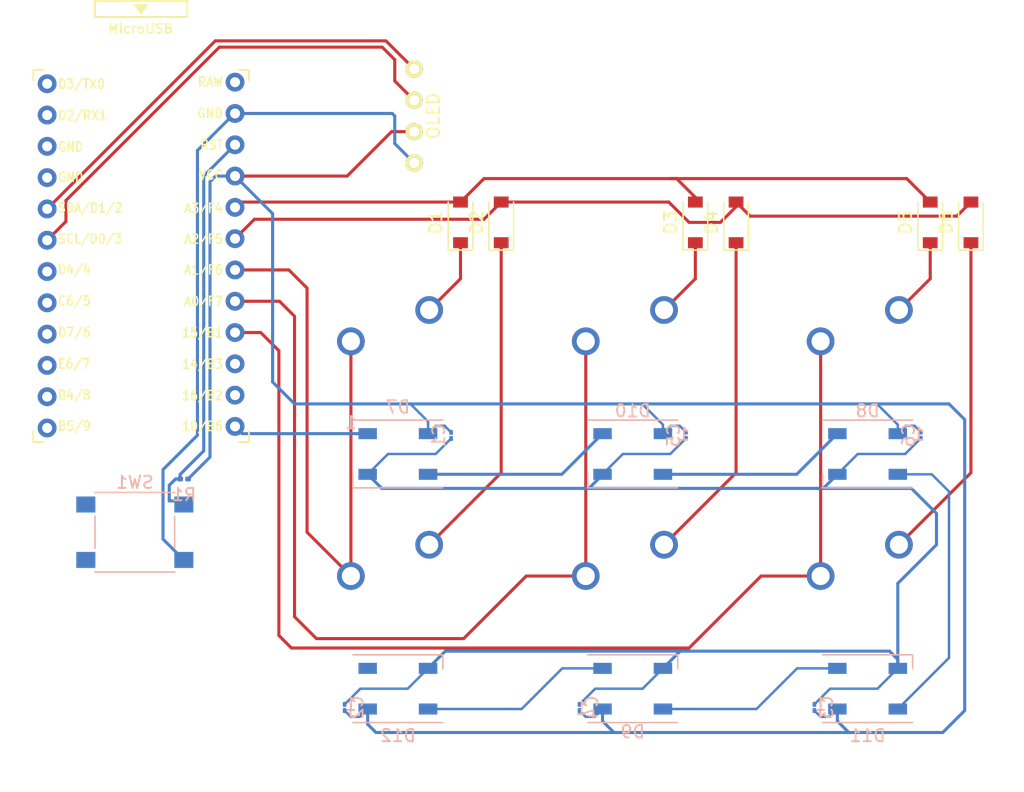
<source format=kicad_pcb>
(kicad_pcb (version 20211014) (generator pcbnew)
  (layers (0 "F.Cu" signal) (31 "B.Cu" signal) (34 "B.Paste" user) (35 "F.Paste" user) (36 "B.SilkS" user "B.Silkscreen") (37 "F.SilkS" user "F.Silkscreen") (38 "B.Mask" user) (39 "F.Mask" user) (44 "Edge.Cuts" user))
  (net 0 "")
  (net 1 "VCC")
  (net 2 "GND")
  (net 3 "Net-(D1-Pad1)")
  (net 4 "Row_A")
  (net 5 "Net-(D2-Pad1)")
  (net 6 "Row_B")
  (net 7 "Net-(D3-Pad1)")
  (net 8 "Net-(D4-Pad1)")
  (net 9 "Net-(D5-Pad1)")
  (net 10 "Net-(D6-Pad1)")
  (net 11 "Net-(D10-Pad4)")
  (net 12 "RGB_DIN")
  (net 13 "Net-(D11-Pad4)")
  (net 14 "Net-(D10-Pad2)")
  (net 15 "Net-(D12-Pad4)")
  (net 16 "Net-(D11-Pad2)")
  (net 18 "RST")
  (net 19 "Column_A")
  (net 20 "Column_B")
  (net 21 "Column_C")
  (net 22 "SDA")
  (net 23 "SCL")
  (footprint "Diode_SMD:D_SOD-123" (layer "F.Cu") (at 182.88 75.184 90)
    (fp_text reference "D5" (at 0 -2 90) (layer "F.SilkS"))
    (fp_text value "DIODE")
    (fp_line (start -2.25 -1) (end 1.65 -1) (layer "F.SilkS") (width 0.12))
    (fp_line (start -2.25 1) (end 1.65 1) (layer "F.SilkS") (width 0.12))
    (fp_line (start -2.25 -1) (end -2.25 1) (layer "F.SilkS") (width 0.12))
    (pad "1" smd rect (at -1.65 0 90) (size 0.9 1.2) (layers "F.Cu" "F.Paste" "F.Mask") (net 9 "Net-(D5-Pad1)"))
    (pad "2" smd rect (at 1.65 0 90) (size 0.9 1.2) (layers "F.Cu" "F.Paste" "F.Mask") (net 4 "Row_A"))
  )
  (footprint "Mechanical switches:MXOnly-1U-NoLED" (layer "F.Cu") (at 177.8 87.376)
    (fp_text reference "SW6")
    (fp_text value "SW_Push")
    (pad "" np_thru_hole circle locked (at 0 0) (size 3.9878 3.9878) (drill 3.9878) (layers *.Cu *.Mask))
    (pad "" np_thru_hole circle locked (at 5.08 0 48.0996) (size 1.75 1.75) (drill 1.75) (layers *.Cu *.Mask))
    (pad "" np_thru_hole circle locked (at -5.08 0 48.0996) (size 1.75 1.75) (drill 1.75) (layers *.Cu *.Mask))
    (pad "1" thru_hole circle locked (at -3.81 -2.54) (size 2.25 2.25) (drill 1.47) (layers *.Cu "B.Mask") (net 21 "Column_C"))
    (pad "2" thru_hole circle locked (at 2.54 -5.08) (size 2.25 2.25) (drill 1.47) (layers *.Cu "B.Mask") (net 9 "Net-(D5-Pad1)"))
  )
  (footprint "KBD Keyboard stuff:OLED_v2" (layer "F.Cu") (at 141.02 66.548 -90)
    (fp_text reference "OL1")
    (fp_text value "OLED" hide)
    (fp_text user "OLED" (at 0 -1.55 90) (layer "F.SilkS"))
    (pad "1" thru_hole circle locked (at -3.81 0 270) (size 1.397 1.397) (drill 0.8128) (layers *.Cu "F.SilkS" "B.Mask") (net 22 "SDA"))
    (pad "2" thru_hole circle locked (at -1.27 0 270) (size 1.397 1.397) (drill 0.8128) (layers *.Cu "F.SilkS" "B.Mask") (net 23 "SCL"))
    (pad "3" thru_hole circle locked (at 1.27 0 270) (size 1.397 1.397) (drill 0.8128) (layers *.Cu "F.SilkS" "B.Mask") (net 1 "VCC"))
    (pad "4" thru_hole circle locked (at 3.81 0 270) (size 1.397 1.397) (drill 0.8128) (layers *.Cu "F.SilkS" "B.Mask") (net 2 "GND"))
  )
  (footprint "Mechanical switches:MXOnly-1U-NoLED" (layer "F.Cu") (at 158.75 106.426)
    (fp_text reference "SW5")
    (fp_text value "SW_Push")
    (pad "" np_thru_hole circle locked (at 5.08 0 48.0996) (size 1.75 1.75) (drill 1.75) (layers *.Cu *.Mask))
    (pad "" np_thru_hole circle locked (at -5.08 0 48.0996) (size 1.75 1.75) (drill 1.75) (layers *.Cu *.Mask))
    (pad "" np_thru_hole circle locked (at 0 0) (size 3.9878 3.9878) (drill 3.9878) (layers *.Cu *.Mask))
    (pad "1" thru_hole circle locked (at -3.81 -2.54) (size 2.25 2.25) (drill 1.47) (layers *.Cu "B.Mask") (net 20 "Column_B"))
    (pad "2" thru_hole circle locked (at 2.54 -5.08) (size 2.25 2.25) (drill 1.47) (layers *.Cu "B.Mask") (net 8 "Net-(D4-Pad1)"))
  )
  (footprint "Mechanical switches:MXOnly-1U-NoLED" (layer "F.Cu") (at 139.7 87.376)
    (fp_text reference "SW2")
    (fp_text value "SW_Push")
    (pad "" np_thru_hole circle locked (at -5.08 0 48.0996) (size 1.75 1.75) (drill 1.75) (layers *.Cu *.Mask))
    (pad "" np_thru_hole circle locked (at 5.08 0 48.0996) (size 1.75 1.75) (drill 1.75) (layers *.Cu *.Mask))
    (pad "" np_thru_hole circle locked (at 0 0) (size 3.9878 3.9878) (drill 3.9878) (layers *.Cu *.Mask))
    (pad "1" thru_hole circle locked (at -3.81 -2.54) (size 2.25 2.25) (drill 1.47) (layers *.Cu "B.Mask") (net 19 "Column_A"))
    (pad "2" thru_hole circle locked (at 2.54 -5.08) (size 2.25 2.25) (drill 1.47) (layers *.Cu "B.Mask") (net 3 "Net-(D1-Pad1)"))
  )
  (footprint "Mechanical switches:MXOnly-1U-NoLED" (layer "F.Cu") (at 139.7 106.426)
    (fp_text reference "SW3")
    (fp_text value "SW_Push")
    (pad "" np_thru_hole circle locked (at 5.08 0 48.0996) (size 1.75 1.75) (drill 1.75) (layers *.Cu *.Mask))
    (pad "" np_thru_hole circle locked (at 0 0) (size 3.9878 3.9878) (drill 3.9878) (layers *.Cu *.Mask))
    (pad "" np_thru_hole circle locked (at -5.08 0 48.0996) (size 1.75 1.75) (drill 1.75) (layers *.Cu *.Mask))
    (pad "1" thru_hole circle locked (at -3.81 -2.54) (size 2.25 2.25) (drill 1.47) (layers *.Cu "B.Mask") (net 19 "Column_A"))
    (pad "2" thru_hole circle locked (at 2.54 -5.08) (size 2.25 2.25) (drill 1.47) (layers *.Cu "B.Mask") (net 5 "Net-(D2-Pad1)"))
  )
  (footprint "Diode_SMD:D_SOD-123" (layer "F.Cu") (at 186.182 75.184 90)
    (fp_text reference "D6" (at 0 -2 90) (layer "F.SilkS"))
    (fp_text value "DIODE")
    (fp_line (start -2.25 -1) (end 1.65 -1) (layer "F.SilkS") (width 0.12))
    (fp_line (start -2.25 1) (end 1.65 1) (layer "F.SilkS") (width 0.12))
    (fp_line (start -2.25 -1) (end -2.25 1) (layer "F.SilkS") (width 0.12))
    (pad "1" smd rect (at -1.65 0 90) (size 0.9 1.2) (layers "F.Cu" "F.Paste" "F.Mask") (net 10 "Net-(D6-Pad1)"))
    (pad "2" smd rect (at 1.65 0 90) (size 0.9 1.2) (layers "F.Cu" "F.Paste" "F.Mask") (net 6 "Row_B"))
  )
  (footprint "Mechanical switches:MXOnly-1U-NoLED" (layer "F.Cu") (at 177.8 106.426)
    (fp_text reference "SW7")
    (fp_text value "SW_Push")
    (pad "" np_thru_hole circle locked (at 0 0) (size 3.9878 3.9878) (drill 3.9878) (layers *.Cu *.Mask))
    (pad "" np_thru_hole circle locked (at -5.08 0 48.0996) (size 1.75 1.75) (drill 1.75) (layers *.Cu *.Mask))
    (pad "" np_thru_hole circle locked (at 5.08 0 48.0996) (size 1.75 1.75) (drill 1.75) (layers *.Cu *.Mask))
    (pad "1" thru_hole circle locked (at -3.81 -2.54) (size 2.25 2.25) (drill 1.47) (layers *.Cu "B.Mask") (net 21 "Column_C"))
    (pad "2" thru_hole circle locked (at 2.54 -5.08) (size 2.25 2.25) (drill 1.47) (layers *.Cu "B.Mask") (net 10 "Net-(D6-Pad1)"))
  )
  (footprint "Diode_SMD:D_SOD-123" (layer "F.Cu") (at 148.082 75.184 90)
    (fp_text reference "D2" (at 0 -2 90) (layer "F.SilkS"))
    (fp_text value "DIODE")
    (fp_line (start -2.25 -1) (end 1.65 -1) (layer "F.SilkS") (width 0.12))
    (fp_line (start -2.25 -1) (end -2.25 1) (layer "F.SilkS") (width 0.12))
    (fp_line (start -2.25 1) (end 1.65 1) (layer "F.SilkS") (width 0.12))
    (pad "1" smd rect (at -1.65 0 90) (size 0.9 1.2) (layers "F.Cu" "F.Paste" "F.Mask") (net 5 "Net-(D2-Pad1)"))
    (pad "2" smd rect (at 1.65 0 90) (size 0.9 1.2) (layers "F.Cu" "F.Paste" "F.Mask") (net 6 "Row_B"))
  )
  (footprint "KBD Keyboard stuff:ProMicro_v3" (layer "F.Cu") (at 118.872 78.409)
    (fp_text reference "U1" hide)
    (fp_text value "Sparkfun_Pro_Micro" hide)
    (fp_text user "RAW" (at 5.619286 -14.625 unlocked) (layer "F.SilkS") (effects (font (size 0.75 0.67) (thickness 0.125))))
    (fp_text user "10/B6" (at 4.981191 13.325 unlocked) (layer "F.SilkS") (effects (font (size 0.75 0.67) (thickness 0.125))))
    (fp_text user "GND" (at -5.715 -9.35 unlocked) (layer "F.SilkS") (effects (font (size 0.75 0.67) (thickness 0.125))))
    (fp_text user "GND" (at -5.715 -6.9 unlocked) (layer "F.SilkS") (effects (font (size 0.75 0.67) (thickness 0.125))))
    (fp_text user "A0/F7" (at 5.060952 3.175 unlocked) (layer "F.SilkS") (effects (font (size 0.75 0.67) (thickness 0.125))))
    (fp_text user "16/B2" (at 4.981191 10.825 unlocked) (layer "F.SilkS") (effects (font (size 0.75 0.67) (thickness 0.125))))
    (fp_text user "B4/8" (at -5.411905 10.8 unlocked) (layer "F.SilkS") (effects (font (size 0.75 0.67) (thickness 0.125))))
    (fp_text user "D7/6" (at -5.411905 5.7 unlocked) (layer "F.SilkS") (effects (font (size 0.75 0.67) (thickness 0.125))))
    (fp_text user "A3/F4" (at 5.060952 -4.375 unlocked) (layer "F.SilkS") (effects (font (size 0.75 0.67) (thickness 0.125))))
    (fp_text user "A1/F6" (at 5.060952 0.625 unlocked) (layer "F.SilkS") (effects (font (size 0.75 0.67) (thickness 0.125))))
    (fp_text user "14/B3" (at 4.981191 8.275 unlocked) (layer "F.SilkS") (effects (font (size 0.75 0.67) (thickness 0.125))))
    (fp_text user "C6/5" (at -5.411905 3.15 unlocked) (layer "F.SilkS") (effects (font (size 0.75 0.67) (thickness 0.125))))
    (fp_text user "E6/7" (at -5.443809 8.25 unlocked) (layer "F.SilkS") (effects (font (size 0.75 0.67) (thickness 0.125))))
    (fp_text user "SCL/D0/3" (at -4.135714 -1.9 unlocked) (layer "F.SilkS") (effects (font (size 0.75 0.67) (thickness 0.125))))
    (fp_text user "SDA/D1/2" (at -4.119762 -4.4 unlocked) (layer "F.SilkS") (effects (font (size 0.75 0.67) (thickness 0.125))))
    (fp_text user "MicroUSB" (at -0.05 -18.95) (layer "F.SilkS") (effects (font (size 0.75 0.75) (thickness 0.12))))
    (fp_text user "RST" (at 5.715 -9.525 unlocked) (layer "F.SilkS") (effects (font (size 0.75 0.67) (thickness 0.125))))
    (fp_text user "D2/RX1" (at -4.757857 -11.9 unlocked) (layer "F.SilkS") (effects (font (size 0.75 0.67) (thickness 0.125))))
    (fp_text user "B5/9" (at -5.411905 13.3 unlocked) (layer "F.SilkS") (effects (font (size 0.75 0.67) (thickness 0.125))))
    (fp_text user "A2/F5" (at 5.060952 -1.875 unlocked) (layer "F.SilkS") (effects (font (size 0.75 0.67) (thickness 0.125))))
    (fp_text user "D4/4" (at -5.411905 0.6 unlocked) (layer "F.SilkS") (effects (font (size 0.75 0.67) (thickness 0.125))))
    (fp_text user "MicroUSB" (at -0.05 -18.95) (layer "F.SilkS") (effects (font (size 0.75 0.75) (thickness 0.12))))
    (fp_text user "VCC" (at 5.667143 -7.075 unlocked) (layer "F.SilkS") (effects (font (size 0.75 0.67) (thickness 0.125))))
    (fp_text user "D3/TX0" (at -4.837619 -14.45 unlocked) (layer "F.SilkS") (effects (font (size 0.75 0.67) (thickness 0.125))))
    (fp_text user "GND" (at 5.603333 -12.075 unlocked) (layer "F.SilkS") (effects (font (size 0.75 0.67) (thickness 0.125))))
    (fp_text user "15/B1" (at 4.981191 5.725 unlocked) (layer "F.SilkS") (effects (font (size 0.75 0.67) (thickness 0.125))))
    (fp_line (start 8.75 -15.6) (end 7.95 -15.6) (layer "F.SilkS") (width 0.15))
    (fp_line (start -0.15 -20.4) (end 0.15 -20.4) (layer "F.SilkS") (width 0.15))
    (fp_line (start -3.75 -21.2) (end -3.75 -19.9) (layer "F.SilkS") (width 0.15))
    (fp_line (start 8.75 14.6) (end 7.89 14.6) (layer "F.SilkS") (width 0.15))
    (fp_line (start 8.75 13.75) (end 8.75 14.6) (layer "F.SilkS") (width 0.15))
    (fp_line (start -3.75 -19.9) (end 3.75 -19.9) (layer "F.SilkS") (width 0.15))
    (fp_line (start -0.25 -20.55) (end 0.25 -20.55) (layer "F.SilkS") (width 0.15))
    (fp_line (start -8.75 -15.6) (end -7.9 -15.6) (layer "F.SilkS") (width 0.15))
    (fp_line (start 3.75 -19.9) (end 3.75 -21.2) (layer "F.SilkS") (width 0.15))
    (fp_line (start -8.75 -15.6) (end -8.75 -14.75) (layer "F.SilkS") (width 0.15))
    (fp_line (start -0.5 -20.85) (end 0.5 -20.85) (layer "F.SilkS") (width 0.15))
    (fp_line (start -8.75 13.7) (end -8.75 14.6) (layer "F.SilkS") (width 0.15))
    (fp_line (start -0.35 -20.7) (end 0.35 -20.7) (layer "F.SilkS") (width 0.15))
    (fp_line (start 0.5 -20.85) (end 0 -20.2) (layer "F.SilkS") (width 0.15))
    (fp_line (start -8.75 14.6) (end -7.9 14.6) (layer "F.SilkS") (width 0.15))
    (fp_line (start 0 -20.2) (end -0.5 -20.85) (layer "F.SilkS") (width 0.15))
    (fp_line (start 8.75 -15.6) (end 8.75 -14.75) (layer "F.SilkS") (width 0.15))
    (fp_line (start 3.75 -21.2) (end -3.75 -21.2) (layer "F.SilkS") (width 0.15))
    (pad "1" thru_hole circle (at -7.62 -14.478) (size 1.524 1.524) (drill 0.8128) (layers *.Cu "B.Mask"))
    (pad "2" thru_hole circle (at -7.62 -11.938) (size 1.524 1.524) (drill 0.8128) (layers *.Cu "B.Mask"))
    (pad "3" thru_hole circle (at -7.62 -9.398) (size 1.524 1.524) (drill 0.8128) (layers *.Cu "B.Mask") (net 2 "GND"))
    (pad "4" thru_hole circle (at -7.62 -6.858) (size 1.524 1.524) (drill 0.8128) (layers *.Cu "B.Mask") (net 2 "GND"))
    (pad "5" thru_hole circle (at -7.62 -4.318) (size 1.524 1.524) (drill 0.8128) (layers *.Cu "B.Mask") (net 22 "SDA"))
    (pad "6" thru_hole circle (at -7.62 -1.778) (size 1.524 1.524) (drill 0.8128) (layers *.Cu "B.Mask") (net 23 "SCL"))
    (pad "7" thru_hole circle (at -7.62 0.762) (size 1.524 1.524) (drill 0.8128) (layers *.Cu "B.Mask"))
    (pad "8" thru_hole circle (at -7.62 3.302) (size 1.524 1.524) (drill 0.8128) (layers *.Cu "B.Mask"))
    (pad "9" thru_hole circle (at -7.62 5.842) (size 1.524 1.524) (drill 0.8128) (layers *.Cu "B.Mask"))
    (pad "10" thru_hole circle (at -7.62 8.382) (size 1.524 1.524) (drill 0.8128) (layers *.Cu "B.Mask"))
    (pad "11" thru_hole circle (at -7.62 10.922) (size 1.524 1.524) (drill 0.8128) (layers *.Cu "B.Mask"))
    (pad "12" thru_hole circle (at -7.62 13.462) (size 1.524 1.524) (drill 0.8128) (layers *.Cu "B.Mask"))
    (pad "13" thru_hole circle (at 7.62 13.335) (size 1.524 1.524) (drill 0.8128) (layers *.Cu "B.Mask") (net 12 "RGB_DIN"))
    (pad "14" thru_hole circle (at 7.62 10.795) (size 1.524 1.524) (drill 0.8128) (layers *.Cu "B.Mask"))
    (pad "15" thru_hole circle (at 7.62 8.255) (size 1.524 1.524) (drill 0.8128) (layers *.Cu "B.Mask"))
    (pad "16" thru_hole circle (at 7.62 5.715) (size 1.524 1.524) (drill 0.8128) (layers *.Cu "B.Mask") (net 21 "Column_C"))
    (pad "17" thru_hole circle (at 7.62 3.175) (size 1.524 1.524) (drill 0.8128) (layers *.Cu "B.Mask") (net 20 "Column_B"))
    (pad "18" thru_hole circle (at 7.62 0.635) (size 1.524 1.524) (drill 0.8128) (layers *.Cu "B.Mask") (net 19 "Column_A"))
    (pad "19" thru_hole circle (at 7.62 -1.905) (size 1.524 1.524) (drill 0.8128) (layers *.Cu "B.Mask") (net 6 "Row_B"))
    (pad "20" thru_hole circle (at 7.62 -4.445) (size 1.524 1.524) (drill 0.8128) (layers *.Cu "B.Mask") (net 4 "Row_A"))
    (pad "21" thru_hole circle (at 7.62 -6.985) (size 1.524 1.524) (drill 0.8128) (layers *.Cu "B.Mask") (net 1 "VCC"))
    (pad "22" thru_hole circle (at 7.62 -9.525) (size 1.524 1.524) (drill 0.8128) (layers *.Cu "B.Mask") (net 18 "RST"))
    (pad "23" thru_hole circle (at 7.62 -12.065) (size 1.524 1.524) (drill 0.8128) (layers *.Cu "B.Mask") (net 2 "GND"))
    (pad "24" thru_hole circle (at 7.62 -14.605) (size 1.524 1.524) (drill 0.8128) (layers *.Cu "B.Mask"))
  )
  (footprint "Mechanical switches:MXOnly-1U-NoLED" (layer "F.Cu") (at 158.75 87.376)
    (fp_text reference "SW4")
    (fp_text value "SW_Push")
    (pad "" np_thru_hole circle locked (at 0 0) (size 3.9878 3.9878) (drill 3.9878) (layers *.Cu *.Mask))
    (pad "" np_thru_hole circle locked (at 5.08 0 48.0996) (size 1.75 1.75) (drill 1.75) (layers *.Cu *.Mask))
    (pad "" np_thru_hole circle locked (at -5.08 0 48.0996) (size 1.75 1.75) (drill 1.75) (layers *.Cu *.Mask))
    (pad "1" thru_hole circle locked (at -3.81 -2.54) (size 2.25 2.25) (drill 1.47) (layers *.Cu "B.Mask") (net 20 "Column_B"))
    (pad "2" thru_hole circle locked (at 2.54 -5.08) (size 2.25 2.25) (drill 1.47) (layers *.Cu "B.Mask") (net 7 "Net-(D3-Pad1)"))
  )
  (footprint "Diode_SMD:D_SOD-123" (layer "F.Cu") (at 144.78 75.184 90)
    (fp_text reference "D1" (at 0 -2 90) (layer "F.SilkS"))
    (fp_text value "DIODE")
    (fp_line (start -2.25 1) (end 1.65 1) (layer "F.SilkS") (width 0.12))
    (fp_line (start -2.25 -1) (end -2.25 1) (layer "F.SilkS") (width 0.12))
    (fp_line (start -2.25 -1) (end 1.65 -1) (layer "F.SilkS") (width 0.12))
    (pad "1" smd rect (at -1.65 0 90) (size 0.9 1.2) (layers "F.Cu" "F.Paste" "F.Mask") (net 3 "Net-(D1-Pad1)"))
    (pad "2" smd rect (at 1.65 0 90) (size 0.9 1.2) (layers "F.Cu" "F.Paste" "F.Mask") (net 4 "Row_A"))
  )
  (footprint "Diode_SMD:D_SOD-123" (layer "F.Cu") (at 167.132 75.184 90)
    (fp_text reference "D4" (at 0 -2 90) (layer "F.SilkS"))
    (fp_text value "DIODE")
    (fp_line (start -2.25 -1) (end -2.25 1) (layer "F.SilkS") (width 0.12))
    (fp_line (start -2.25 -1) (end 1.65 -1) (layer "F.SilkS") (width 0.12))
    (fp_line (start -2.25 1) (end 1.65 1) (layer "F.SilkS") (width 0.12))
    (pad "1" smd rect (at -1.65 0 90) (size 0.9 1.2) (layers "F.Cu" "F.Paste" "F.Mask") (net 8 "Net-(D4-Pad1)"))
    (pad "2" smd rect (at 1.65 0 90) (size 0.9 1.2) (layers "F.Cu" "F.Paste" "F.Mask") (net 6 "Row_B"))
  )
  (footprint "Diode_SMD:D_SOD-123" (layer "F.Cu") (at 163.83 75.184 90)
    (fp_text reference "D3" (at 0 -2 90) (layer "F.SilkS"))
    (fp_text value "DIODE")
    (fp_line (start -2.25 -1) (end -2.25 1) (layer "F.SilkS") (width 0.12))
    (fp_line (start -2.25 -1) (end 1.65 -1) (layer "F.SilkS") (width 0.12))
    (fp_line (start -2.25 1) (end 1.65 1) (layer "F.SilkS") (width 0.12))
    (pad "1" smd rect (at -1.65 0 90) (size 0.9 1.2) (layers "F.Cu" "F.Paste" "F.Mask") (net 7 "Net-(D3-Pad1)"))
    (pad "2" smd rect (at 1.65 0 90) (size 0.9 1.2) (layers "F.Cu" "F.Paste" "F.Mask") (net 4 "Row_A"))
  )
  (footprint "Capacitor_SMD:C_01005_0402Metric" (layer "B.Cu") (at 154.432 114.554 90)
    (fp_text reference "C4" (at 0 1 90) (layer "B.SilkS") (effects (justify mirror)))
    (fp_text value "0.1uF")
    (pad "1" smd roundrect (at -0.25 0 90) (size 0.4 0.3) (layers "B.Cu" "B.Mask") (net 1 "VCC"))
    (pad "2" smd roundrect (at 0.25 0 90) (size 0.4 0.3) (layers "B.Cu" "B.Mask") (net 2 "GND"))
  )
  (footprint "LED_SMD:LED_WS2812B_PLCC4_5.0x5.0mm_P3.2mm" (layer "B.Cu") (at 139.7 93.98 180)
    (fp_text reference "D7" (at 0 3.81) (layer "B.SilkS") (effects (justify mirror)))
    (fp_text value "WS2812B")
    (fp_text user "1" (at 3.81 2.54) (layer "B.SilkS") (effects (justify mirror)))
    (fp_line (start -3.65 -2.75) (end 3.65 -2.75) (layer "B.SilkS") (width 0.12))
    (fp_line (start -3.65 2.75) (end 3.65 2.75) (layer "B.SilkS") (width 0.12))
    (fp_line (start 3.65 -2.75) (end 3.65 -1.6) (layer "B.SilkS") (width 0.12))
    (pad "1" smd rect (at -2.45 1.65 180) (size 1.5 0.9) (layers "B.Cu" "B.Paste" "B.Mask") (net 1 "VCC"))
    (pad "2" smd rect (at -2.45 -1.65 180) (size 1.5 0.9) (layers "B.Cu" "B.Paste" "B.Mask") (net 11 "Net-(D10-Pad4)"))
    (pad "3" smd rect (at 2.45 -1.65 180) (size 1.5 0.9) (layers "B.Cu" "B.Paste" "B.Mask") (net 2 "GND"))
    (pad "4" smd rect (at 2.45 1.65 180) (size 1.5 0.9) (layers "B.Cu" "B.Paste" "B.Mask") (net 12 "RGB_DIN"))
  )
  (footprint "LED_SMD:LED_WS2812B_PLCC4_5.0x5.0mm_P3.2mm" (layer "B.Cu") (at 177.8 113.03)
    (fp_text reference "D11" (at 0 3.81) (layer "B.SilkS") (effects (justify mirror)))
    (fp_text value "WS2812B")
    (fp_text user "1" (at -3.81 1.27) (layer "B.SilkS") (effects (justify mirror)))
    (fp_line (start -3.65 -2.75) (end 3.65 -2.75) (layer "B.SilkS") (width 0.12))
    (fp_line (start 3.65 -2.75) (end 3.65 -1.6) (layer "B.SilkS") (width 0.12))
    (fp_line (start -3.65 2.75) (end 3.65 2.75) (layer "B.SilkS") (width 0.12))
    (pad "1" smd rect (at -2.45 1.65) (size 1.5 0.9) (layers "B.Cu" "B.Paste" "B.Mask") (net 1 "VCC"))
    (pad "2" smd rect (at -2.45 -1.65) (size 1.5 0.9) (layers "B.Cu" "B.Paste" "B.Mask") (net 16 "Net-(D11-Pad2)"))
    (pad "3" smd rect (at 2.45 -1.65) (size 1.5 0.9) (layers "B.Cu" "B.Paste" "B.Mask") (net 2 "GND"))
    (pad "4" smd rect (at 2.45 1.65) (size 1.5 0.9) (layers "B.Cu" "B.Paste" "B.Mask") (net 13 "Net-(D11-Pad4)"))
  )
  (footprint "Capacitor_SMD:C_01005_0402Metric" (layer "B.Cu") (at 173.482 114.554 90)
    (fp_text reference "C3" (at 0 1 90) (layer "B.SilkS") (effects (justify mirror)))
    (fp_text value "0.1uF")
    (pad "1" smd roundrect (at -0.25 0 90) (size 0.4 0.3) (layers "B.Cu" "B.Mask") (net 1 "VCC"))
    (pad "2" smd roundrect (at 0.25 0 90) (size 0.4 0.3) (layers "B.Cu" "B.Mask") (net 2 "GND"))
  )
  (footprint "LED_SMD:LED_WS2812B_PLCC4_5.0x5.0mm_P3.2mm" (layer "B.Cu") (at 158.75 93.98 180)
    (fp_text reference "D10" (at 0 3.5) (layer "B.SilkS") (effects (justify mirror)))
    (fp_text value "WS2812B")
    (fp_text user "1" (at -4.15 1.6) (layer "B.SilkS") (effects (justify mirror)))
    (fp_line (start -3.65 2.75) (end 3.65 2.75) (layer "B.SilkS") (width 0.12))
    (fp_line (start 3.65 -2.75) (end 3.65 -1.6) (layer "B.SilkS") (width 0.12))
    (fp_line (start -3.65 -2.75) (end 3.65 -2.75) (layer "B.SilkS") (width 0.12))
    (pad "1" smd rect (at -2.45 1.65 180) (size 1.5 0.9) (layers "B.Cu" "B.Paste" "B.Mask") (net 1 "VCC"))
    (pad "2" smd rect (at -2.45 -1.65 180) (size 1.5 0.9) (layers "B.Cu" "B.Paste" "B.Mask") (net 14 "Net-(D10-Pad2)"))
    (pad "3" smd rect (at 2.45 -1.65 180) (size 1.5 0.9) (layers "B.Cu" "B.Paste" "B.Mask") (net 2 "GND"))
    (pad "4" smd rect (at 2.45 1.65 180) (size 1.5 0.9) (layers "B.Cu" "B.Paste" "B.Mask") (net 11 "Net-(D10-Pad4)"))
  )
  (footprint "Capacitor_SMD:C_01005_0402Metric" (layer "B.Cu") (at 135.382 114.554 90)
    (fp_text reference "C2" (at 0 1 90) (layer "B.SilkS") (effects (justify mirror)))
    (fp_text value "0.1uF")
    (pad "1" smd roundrect (at -0.25 0 90) (size 0.4 0.3) (layers "B.Cu" "B.Mask") (net 1 "VCC"))
    (pad "2" smd roundrect (at 0.25 0 90) (size 0.4 0.3) (layers "B.Cu" "B.Mask") (net 2 "GND"))
  )
  (footprint "Button_Switch_SMD:SW_Push_1P1T_NO_6x6mm_H9.5mm" (layer "B.Cu") (at 118.364 100.33 180)
    (fp_text reference "SW1" (at 0 4.05) (layer "B.SilkS") (effects (justify mirror)))
    (fp_text value "RST Pin")
    (fp_line (start -3.23 3.23) (end 3.23 3.23) (layer "B.SilkS") (width 0.12))
    (fp_line (start 3.23 1.3) (end 3.23 -1.3) (layer "B.SilkS") (width 0.12))
    (fp_line (start -3.23 3.2) (end -3.23 3.23) (layer "B.SilkS") (width 0.12))
    (fp_line (start -3.23 -3.23) (end 3.23 -3.23) (layer "B.SilkS") (width 0.12))
    (fp_line (start -3.23 -3.23) (end -3.23 -3.2) (layer "B.SilkS") (width 0.12))
    (fp_line (start 3.23 3.23) (end 3.23 3.2) (layer "B.SilkS") (width 0.12))
    (fp_line (start -3.23 1.3) (end -3.23 -1.3) (layer "B.SilkS") (width 0.12))
    (fp_line (start 3.23 -3.23) (end 3.23 -3.2) (layer "B.SilkS") (width 0.12))
    (pad "1" smd rect (at 3.975 2.25 180) (size 1.55 1.3) (layers "B.Cu" "B.Paste" "B.Mask") (net 18 "RST"))
    (pad "1" smd rect (at -3.975 2.25 180) (size 1.55 1.3) (layers "B.Cu" "B.Paste" "B.Mask") (net 18 "RST"))
    (pad "2" smd rect (at 3.975 -2.25 180) (size 1.55 1.3) (layers "B.Cu" "B.Paste" "B.Mask") (net 2 "GND"))
    (pad "2" smd rect (at -3.975 -2.25 180) (size 1.55 1.3) (layers "B.Cu" "B.Paste" "B.Mask") (net 2 "GND"))
  )
  (footprint "Capacitor_SMD:C_01005_0402Metric" (layer "B.Cu") (at 163.068 92.456 -90)
    (fp_text reference "C5" (at 0 1 90) (layer "B.SilkS") (effects (justify mirror)))
    (fp_text value "0.1uF")
    (pad "1" smd roundrect (at -0.25 0 270) (size 0.4 0.3) (layers "B.Cu" "B.Mask") (net 1 "VCC"))
    (pad "2" smd roundrect (at 0.25 0 270) (size 0.4 0.3) (layers "B.Cu" "B.Mask") (net 2 "GND"))
  )
  (footprint "Resistor_SMD:R_0201_0603Metric" (layer "B.Cu") (at 122.362 96.012)
    (fp_text reference "R1" (at 0 1.27) (layer "B.SilkS") (effects (justify mirror)))
    (fp_text value "4.7k")
    (pad "1" smd roundrect (at -0.32 0) (size 0.46 0.4) (layers "B.Cu" "B.Mask") (net 18 "RST"))
    (pad "2" smd roundrect (at 0.32 0) (size 0.46 0.4) (layers "B.Cu" "B.Mask") (net 1 "VCC"))
  )
  (footprint "LED_SMD:LED_WS2812B_PLCC4_5.0x5.0mm_P3.2mm" (layer "B.Cu") (at 139.7 113.03)
    (fp_text reference "D12" (at 0 3.81) (layer "B.SilkS") (effects (justify mirror)))
    (fp_text value "WS2812B")
    (fp_text user "1" (at -3.81 1.27) (layer "B.SilkS") (effects (justify mirror)))
    (fp_line (start 3.65 -2.75) (end 3.65 -1.6) (layer "B.SilkS") (width 0.12))
    (fp_line (start -3.65 2.75) (end 3.65 2.75) (layer "B.SilkS") (width 0.12))
    (fp_line (start -3.65 -2.75) (end 3.65 -2.75) (layer "B.SilkS") (width 0.12))
    (pad "1" smd rect (at -2.45 1.65) (size 1.5 0.9) (layers "B.Cu" "B.Paste" "B.Mask") (net 1 "VCC"))
    (pad "2" smd rect (at -2.45 -1.65) (size 1.5 0.9) (layers "B.Cu" "B.Paste" "B.Mask"))
    (pad "3" smd rect (at 2.45 -1.65) (size 1.5 0.9) (layers "B.Cu" "B.Paste" "B.Mask") (net 2 "GND"))
    (pad "4" smd rect (at 2.45 1.65) (size 1.5 0.9) (layers "B.Cu" "B.Paste" "B.Mask") (net 15 "Net-(D12-Pad4)"))
  )
  (footprint "LED_SMD:LED_WS2812B_PLCC4_5.0x5.0mm_P3.2mm" (layer "B.Cu") (at 158.75 113.03)
    (fp_text reference "D9" (at 0 3.5) (layer "B.SilkS") (effects (justify mirror)))
    (fp_text value "WS2812B")
    (fp_text user "1" (at -4.15 1.6) (layer "B.SilkS") (effects (justify mirror)))
    (fp_line (start 3.65 -2.75) (end 3.65 -1.6) (layer "B.SilkS") (width 0.12))
    (fp_line (start -3.65 2.75) (end 3.65 2.75) (layer "B.SilkS") (width 0.12))
    (fp_line (start -3.65 -2.75) (end 3.65 -2.75) (layer "B.SilkS") (width 0.12))
    (pad "1" smd rect (at -2.45 1.65) (size 1.5 0.9) (layers "B.Cu" "B.Paste" "B.Mask") (net 1 "VCC"))
    (pad "2" smd rect (at -2.45 -1.65) (size 1.5 0.9) (layers "B.Cu" "B.Paste" "B.Mask") (net 15 "Net-(D12-Pad4)"))
    (pad "3" smd rect (at 2.45 -1.65) (size 1.5 0.9) (layers "B.Cu" "B.Paste" "B.Mask") (net 2 "GND"))
    (pad "4" smd rect (at 2.45 1.65) (size 1.5 0.9) (layers "B.Cu" "B.Paste" "B.Mask") (net 16 "Net-(D11-Pad2)"))
  )
  (footprint "LED_SMD:LED_WS2812B_PLCC4_5.0x5.0mm_P3.2mm" (layer "B.Cu") (at 177.8 93.98 180)
    (fp_text reference "D8" (at 0 3.5) (layer "B.SilkS") (effects (justify mirror)))
    (fp_text value "WS2812B")
    (fp_text user "1" (at -4.15 1.6) (layer "B.SilkS") (effects (justify mirror)))
    (fp_line (start -3.65 -2.75) (end 3.65 -2.75) (layer "B.SilkS") (width 0.12))
    (fp_line (start 3.65 -2.75) (end 3.65 -1.6) (layer "B.SilkS") (width 0.12))
    (fp_line (start -3.65 2.75) (end 3.65 2.75) (layer "B.SilkS") (width 0.12))
    (pad "1" smd rect (at -2.45 1.65 180) (size 1.5 0.9) (layers "B.Cu" "B.Paste" "B.Mask") (net 1 "VCC"))
    (pad "2" smd rect (at -2.45 -1.65 180) (size 1.5 0.9) (layers "B.Cu" "B.Paste" "B.Mask") (net 13 "Net-(D11-Pad4)"))
    (pad "3" smd rect (at 2.45 -1.65 180) (size 1.5 0.9) (layers "B.Cu" "B.Paste" "B.Mask") (net 2 "GND"))
    (pad "4" smd rect (at 2.45 1.65 180) (size 1.5 0.9) (layers "B.Cu" "B.Paste" "B.Mask") (net 14 "Net-(D10-Pad2)"))
  )
  (footprint "Capacitor_SMD:C_01005_0402Metric" (layer "B.Cu") (at 144.018 92.477 -90)
    (fp_text reference "C1" (at 0 1 90) (layer "B.SilkS") (effects (justify mirror)))
    (fp_text value "0.1uF")
    (pad "1" smd roundrect (at -0.25 0 270) (size 0.4 0.3) (layers "B.Cu" "B.Mask") (net 1 "VCC"))
    (pad "2" smd roundrect (at 0.25 0 270) (size 0.4 0.3) (layers "B.Cu" "B.Mask") (net 2 "GND"))
  )
  (footprint "Capacitor_SMD:C_01005_0402Metric" (layer "B.Cu") (at 182.118 92.456 -90)
    (fp_text reference "C6" (at 0 1 90) (layer "B.SilkS") (effects (justify mirror)))
    (fp_text value "0.1uF")
    (pad "1" smd roundrect (at -0.25 0 270) (size 0.4 0.3) (layers "B.Cu" "B.Mask") (net 1 "VCC"))
    (pad "2" smd roundrect (at 0.25 0 270) (size 0.4 0.3) (layers "B.Cu" "B.Mask") (net 2 "GND"))
  )
  (segment (start 141.02 67.818) (end 139.192 67.818) (width 0.25) (layer "F.Cu") (net 1))
  (segment (start 139.192 67.818) (end 135.586 71.424) (width 0.25) (layer "F.Cu") (net 1))
  (segment (start 135.586 71.424) (end 126.492 71.424) (width 0.25) (layer "F.Cu") (net 1))
  (segment (start 161.836 91.694) (end 161.2 92.33) (width 0.2) (layer "B.Cu") (net 1))
  (segment (start 129.54 88.138) (end 129.54 74.472) (width 0.25) (layer "B.Cu") (net 1))
  (segment (start 144.018 92.227) (end 143.51 91.719) (width 0.2) (layer "B.Cu") (net 1))
  (segment (start 135.382 114.804) (end 135.382 114.808) (width 0.2) (layer "B.Cu") (net 1))
  (segment (start 142.786 91.694) (end 142.15 92.33) (width 0.2) (layer "B.Cu") (net 1))
  (segment (start 175.35 115.66) (end 175.35 114.68) (width 0.25) (layer "B.Cu") (net 1))
  (segment (start 173.99 115.316) (end 174.714 115.316) (width 0.2) (layer "B.Cu") (net 1))
  (segment (start 156.3 115.66) (end 156.3 114.68) (width 0.25) (layer "B.Cu") (net 1))
  (segment (start 183.896 116.586) (end 185.674 114.808) (width 0.25) (layer "B.Cu") (net 1))
  (segment (start 122.682 96.012) (end 124.46 94.234) (width 0.25) (layer "B.Cu") (net 1))
  (segment (start 180.886 91.694) (end 180.25 92.33) (width 0.2) (layer "B.Cu") (net 1))
  (segment (start 180.25 92.33) (end 180.25 91.604) (width 0.2) (layer "B.Cu") (net 1))
  (segment (start 181.61 91.694) (end 180.886 91.694) (width 0.2) (layer "B.Cu") (net 1))
  (segment (start 180.25 91.604) (end 178.562 89.916) (width 0.2) (layer "B.Cu") (net 1))
  (segment (start 154.94 115.316) (end 155.664 115.316) (width 0.2) (layer "B.Cu") (net 1))
  (segment (start 184.404 89.916) (end 178.562 89.916) (width 0.25) (layer "B.Cu") (net 1))
  (segment (start 161.2 91.604) (end 159.512 89.916) (width 0.2) (layer "B.Cu") (net 1))
  (segment (start 143.51 91.719) (end 143.51 91.694) (width 0.2) (layer "B.Cu") (net 1))
  (segment (start 176.276 116.586) (end 175.35 115.66) (width 0.25) (layer "B.Cu") (net 1))
  (segment (start 159.512 89.916) (end 140.716 89.916) (width 0.25) (layer "B.Cu") (net 1))
  (segment (start 143.51 91.694) (end 142.786 91.694) (width 0.2) (layer "B.Cu") (net 1))
  (segment (start 176.276 116.586) (end 183.896 116.586) (width 0.25) (layer "B.Cu") (net 1))
  (segment (start 135.382 114.808) (end 135.89 115.316) (width 0.2) (layer "B.Cu") (net 1))
  (segment (start 129.54 74.472) (end 126.492 71.424) (width 0.25) (layer "B.Cu") (net 1))
  (segment (start 182.118 92.202) (end 181.61 91.694) (width 0.2) (layer "B.Cu") (net 1))
  (segment (start 178.562 89.916) (end 159.512 89.916) (width 0.25) (layer "B.Cu") (net 1))
  (segment (start 124.918 71.424) (end 126.492 71.424) (width 0.25) (layer "B.Cu") (net 1))
  (segment (start 157.226 116.586) (end 176.276 116.586) (width 0.25) (layer "B.Cu") (net 1))
  (segment (start 136.614 115.316) (end 137.25 114.68) (width 0.2) (layer "B.Cu") (net 1))
  (segment (start 182.118 92.206) (end 182.118 92.202) (width 0.2) (layer "B.Cu") (net 1))
  (segment (start 124.46 71.882) (end 124.918 71.424) (width 0.25) (layer "B.Cu") (net 1))
  (segment (start 163.068 92.202) (end 162.56 91.694) (width 0.2) (layer "B.Cu") (net 1))
  (segment (start 135.89 115.316) (end 136.614 115.316) (width 0.2) (layer "B.Cu") (net 1))
  (segment (start 174.714 115.316) (end 175.35 114.68) (width 0.2) (layer "B.Cu") (net 1))
  (segment (start 173.482 114.808) (end 173.99 115.316) (width 0.2) (layer "B.Cu") (net 1))
  (segment (start 155.664 115.316) (end 156.3 114.68) (width 0.2) (layer "B.Cu") (net 1))
  (segment (start 124.46 94.234) (end 124.46 71.882) (width 0.25) (layer "B.Cu") (net 1))
  (segment (start 131.318 89.916) (end 129.54 88.138) (width 0.25) (layer "B.Cu") (net 1))
  (segment (start 142.15 91.35) (end 140.716 89.916) (width 0.2) (layer "B.Cu") (net 1))
  (segment (start 154.432 114.808) (end 154.94 115.316) (width 0.2) (layer "B.Cu") (net 1))
  (segment (start 173.482 114.804) (end 173.482 114.808) (width 0.2) (layer "B.Cu") (net 1))
  (segment (start 161.2 92.33) (end 161.2 91.604) (width 0.2) (layer "B.Cu") (net 1))
  (segment (start 140.716 89.916) (end 131.318 89.916) (width 0.25) (layer "B.Cu") (net 1))
  (segment (start 137.25 115.914) (end 137.25 114.68) (width 0.25) (layer "B.Cu") (net 1))
  (segment (start 185.674 114.808) (end 185.674 91.186) (width 0.25) (layer "B.Cu") (net 1))
  (segment (start 137.922 116.586) (end 137.25 115.914) (width 0.25) (layer "B.Cu") (net 1))
  (segment (start 157.226 116.586) (end 156.3 115.66) (width 0.25) (layer "B.Cu") (net 1))
  (segment (start 163.068 92.206) (end 163.068 92.202) (width 0.2) (layer "B.Cu") (net 1))
  (segment (start 162.56 91.694) (end 161.836 91.694) (width 0.2) (layer "B.Cu") (net 1))
  (segment (start 142.15 92.33) (end 142.15 91.35) (width 0.2) (layer "B.Cu") (net 1))
  (segment (start 157.226 116.586) (end 137.922 116.586) (width 0.25) (layer "B.Cu") (net 1))
  (segment (start 185.674 91.186) (end 184.404 89.916) (width 0.25) (layer "B.Cu") (net 1))
  (segment (start 154.432 114.804) (end 154.432 114.808) (width 0.2) (layer "B.Cu") (net 1))
  (segment (start 180.25 110.654) (end 179.578 109.982) (width 0.25) (layer "B.Cu") (net 2))
  (segment (start 173.736 96.774) (end 174.206 96.774) (width 0.25) (layer "B.Cu") (net 2))
  (segment (start 135.382 114.304) (end 136.656 113.03) (width 0.2) (layer "B.Cu") (net 2))
  (segment (start 161.794 93.98) (end 157.95 93.98) (width 0.2) (layer "B.Cu") (net 2))
  (segment (start 180.25 111.38) (end 180.25 104.484) (width 0.25) (layer "B.Cu") (net 2))
  (segment (start 138.394 96.774) (end 155.194 96.774) (width 0.25) (layer "B.Cu") (net 2))
  (segment (start 180.844 93.98) (end 177 93.98) (width 0.2) (layer "B.Cu") (net 2))
  (segment (start 155.194 96.774) (end 173.736 96.774) (width 0.25) (layer "B.Cu") (net 2))
  (segment (start 180.25 104.484) (end 183.388 101.346) (width 0.25) (layer "B.Cu") (net 2))
  (segment (start 120.65 95.25) (end 123.444 92.456) (width 0.25) (layer "B.Cu") (net 2))
  (segment (start 138.9 93.98) (end 137.25 95.63) (width 0.2) (layer "B.Cu") (net 2))
  (segment (start 174.206 96.774) (end 175.35 95.63) (width 0.25) (layer "B.Cu") (net 2))
  (segment (start 180.25 111.38) (end 180.25 110.654) (width 0.25) (layer "B.Cu") (net 2))
  (segment (start 155.194 96.774) (end 156.3 95.668) (width 0.25) (layer "B.Cu") (net 2))
  (segment (start 139.446 66.548) (end 139.242 66.344) (width 0.25) (layer "B.Cu") (net 2))
  (segment (start 123.444 92.456) (end 123.444 69.342) (width 0.25) (layer "B.Cu") (net 2))
  (segment (start 122.339 102.58) (end 120.65 100.891) (width 0.25) (layer "B.Cu") (net 2))
  (segment (start 177 93.98) (end 175.35 95.63) (width 0.2) (layer "B.Cu") (net 2))
  (segment (start 183.388 101.346) (end 183.388 98.806) (width 0.25) (layer "B.Cu") (net 2))
  (segment (start 123.444 69.342) (end 126.442 66.344) (width 0.25) (layer "B.Cu") (net 2))
  (segment (start 162.598 109.982) (end 143.548 109.982) (width 0.25) (layer "B.Cu") (net 2))
  (segment (start 144.018 92.727) (end 142.765 93.98) (width 0.2) (layer "B.Cu") (net 2))
  (segment (start 143.548 109.982) (end 142.15 111.38) (width 0.25) (layer "B.Cu") (net 2))
  (segment (start 155.706 113.03) (end 159.55 113.03) (width 0.2) (layer "B.Cu") (net 2))
  (segment (start 173.482 114.304) (end 174.756 113.03) (width 0.2) (layer "B.Cu") (net 2))
  (segment (start 157.95 93.98) (end 156.3 95.63) (width 0.2) (layer "B.Cu") (net 2))
  (segment (start 159.55 113.03) (end 161.2 111.38) (width 0.2) (layer "B.Cu") (net 2))
  (segment (start 120.65 100.891) (end 120.65 95.25) (width 0.25) (layer "B.Cu") (net 2))
  (segment (start 142.765 93.98) (end 138.9 93.98) (width 0.2) (layer "B.Cu") (net 2))
  (segment (start 181.356 96.774) (end 173.736 96.774) (width 0.25) (layer "B.Cu") (net 2))
  (segment (start 156.3 95.668) (end 156.3 95.63) (width 0.25) (layer "B.Cu") (net 2))
  (segment (start 174.756 113.03) (end 178.6 113.03) (width 0.2) (layer "B.Cu") (net 2))
  (segment (start 136.656 113.03) (end 140.5 113.03) (width 0.2) (layer "B.Cu") (net 2))
  (segment (start 139.446 68.784) (end 139.446 66.548) (width 0.25) (layer "B.Cu") (net 2))
  (segment (start 126.442 66.344) (end 126.492 66.344) (width 0.25) (layer "B.Cu") (net 2))
  (segment (start 179.578 109.982) (end 162.598 109.982) (width 0.25) (layer "B.Cu") (net 2))
  (segment (start 140.5 113.03) (end 142.15 111.38) (width 0.2) (layer "B.Cu") (net 2))
  (segment (start 139.242 66.344) (end 126.492 66.344) (width 0.25) (layer "B.Cu") (net 2))
  (segment (start 183.388 98.806) (end 181.356 96.774) (width 0.25) (layer "B.Cu") (net 2))
  (segment (start 163.068 92.706) (end 161.794 93.98) (width 0.2) (layer "B.Cu") (net 2))
  (segment (start 141.02 70.358) (end 139.446 68.784) (width 0.25) (layer "B.Cu") (net 2))
  (segment (start 154.432 114.304) (end 155.706 113.03) (width 0.2) (layer "B.Cu") (net 2))
  (segment (start 182.118 92.706) (end 180.844 93.98) (width 0.2) (layer "B.Cu") (net 2))
  (segment (start 137.25 95.63) (end 138.394 96.774) (width 0.25) (layer "B.Cu") (net 2))
  (segment (start 162.598 109.982) (end 161.2 111.38) (width 0.25) (layer "B.Cu") (net 2))
  (segment (start 178.6 113.03) (end 180.25 111.38) (width 0.2) (layer "B.Cu") (net 2))
  (segment (start 144.78 76.834) (end 144.78 79.756) (width 0.25) (layer "F.Cu") (net 3))
  (segment (start 144.78 79.756) (end 142.24 82.296) (width 0.25) (layer "F.Cu") (net 3))
  (segment (start 163.83 73.152) (end 162.306 71.628) (width 0.25) (layer "F.Cu") (net 4))
  (segment (start 144.78 73.534) (end 126.922 73.534) (width 0.25) (layer "F.Cu") (net 4))
  (segment (start 163.83 73.534) (end 163.83 73.152) (width 0.25) (layer "F.Cu") (net 4))
  (segment (start 126.922 73.534) (end 126.492 73.964) (width 0.25) (layer "F.Cu") (net 4))
  (segment (start 161.798 71.628) (end 146.686 71.628) (width 0.25) (layer "F.Cu") (net 4))
  (segment (start 162.306 71.628) (end 161.798 71.628) (width 0.25) (layer "F.Cu") (net 4))
  (segment (start 182.88 73.534) (end 180.974 71.628) (width 0.25) (layer "F.Cu") (net 4))
  (segment (start 146.686 71.628) (end 144.78 73.534) (width 0.25) (layer "F.Cu") (net 4))
  (segment (start 180.974 71.628) (end 161.798 71.628) (width 0.25) (layer "F.Cu") (net 4))
  (segment (start 148.082 95.504) (end 142.24 101.346) (width 0.25) (layer "F.Cu") (net 5))
  (segment (start 148.082 76.834) (end 148.082 95.504) (width 0.25) (layer "F.Cu") (net 5))
  (segment (start 148.082 73.534) (end 146.686 74.93) (width 0.25) (layer "F.Cu") (net 6))
  (segment (start 167.132 73.914) (end 167.132 73.534) (width 0.25) (layer "F.Cu") (net 6))
  (segment (start 185.04 74.676) (end 168.274 74.676) (width 0.25) (layer "F.Cu") (net 6))
  (segment (start 168.274 74.676) (end 167.132 73.534) (width 0.25) (layer "F.Cu") (net 6))
  (segment (start 146.686 74.93) (end 128.066 74.93) (width 0.25) (layer "F.Cu") (net 6))
  (segment (start 186.182 73.534) (end 185.04 74.676) (width 0.25) (layer "F.Cu") (net 6))
  (segment (start 161.672 73.534) (end 163.322 75.184) (width 0.25) (layer "F.Cu") (net 6))
  (segment (start 148.082 73.534) (end 161.672 73.534) (width 0.25) (layer "F.Cu") (net 6))
  (segment (start 165.862 75.184) (end 167.132 73.914) (width 0.25) (layer "F.Cu") (net 6))
  (segment (start 163.322 75.184) (end 165.862 75.184) (width 0.25) (layer "F.Cu") (net 6))
  (segment (start 128.066 74.93) (end 126.492 76.504) (width 0.25) (layer "F.Cu") (net 6))
  (segment (start 163.83 79.756) (end 161.29 82.296) (width 0.25) (layer "F.Cu") (net 7))
  (segment (start 163.83 76.834) (end 163.83 79.756) (width 0.25) (layer "F.Cu") (net 7))
  (segment (start 167.132 95.504) (end 161.29 101.346) (width 0.25) (layer "F.Cu") (net 8))
  (segment (start 167.132 76.834) (end 167.132 95.504) (width 0.25) (layer "F.Cu") (net 8))
  (segment (start 182.88 79.756) (end 180.34 82.296) (width 0.25) (layer "F.Cu") (net 9))
  (segment (start 182.88 76.834) (end 182.88 79.756) (width 0.25) (layer "F.Cu") (net 9))
  (segment (start 186.182 95.504) (end 180.34 101.346) (width 0.25) (layer "F.Cu") (net 10))
  (segment (start 186.182 76.834) (end 186.182 95.504) (width 0.25) (layer "F.Cu") (net 10))
  (segment (start 142.15 95.63) (end 153 95.63) (width 0.25) (layer "B.Cu") (net 11))
  (segment (start 153 95.63) (end 156.3 92.33) (width 0.25) (layer "B.Cu") (net 11))
  (segment (start 127.078 92.33) (end 126.492 91.744) (width 0.25) (layer "B.Cu") (net 12))
  (segment (start 137.25 92.33) (end 127.078 92.33) (width 0.25) (layer "B.Cu") (net 12))
  (segment (start 184.404 110.526) (end 180.25 114.68) (width 0.2) (layer "B.Cu") (net 13))
  (segment (start 184.404 97.028) (end 184.404 110.526) (width 0.2) (layer "B.Cu") (net 13))
  (segment (start 183.006 95.63) (end 184.404 97.028) (width 0.2) (layer "B.Cu") (net 13))
  (segment (start 180.25 95.63) (end 183.006 95.63) (width 0.2) (layer "B.Cu") (net 13))
  (segment (start 161.2 95.63) (end 172.05 95.63) (width 0.25) (layer "B.Cu") (net 14))
  (segment (start 172.05 95.63) (end 175.35 92.33) (width 0.25) (layer "B.Cu") (net 14))
  (segment (start 153.034 111.38) (end 149.734 114.68) (width 0.2) (layer "B.Cu") (net 15))
  (segment (start 156.3 111.38) (end 153.034 111.38) (width 0.2) (layer "B.Cu") (net 15))
  (segment (start 149.734 114.68) (end 142.15 114.68) (width 0.2) (layer "B.Cu") (net 15))
  (segment (start 172.084 111.38) (end 168.784 114.68) (width 0.2) (layer "B.Cu") (net 16))
  (segment (start 168.784 114.68) (end 161.2 114.68) (width 0.2) (layer "B.Cu") (net 16))
  (segment (start 175.35 111.38) (end 172.084 111.38) (width 0.2) (layer "B.Cu") (net 16))
  (segment (start 122.042 96.012) (end 121.666 96.012) (width 0.25) (layer "B.Cu") (net 18))
  (segment (start 121.158 97.79) (end 122.049 97.79) (width 0.25) (layer "B.Cu") (net 18))
  (segment (start 123.952 71.424) (end 126.492 68.884) (width 0.25) (layer "B.Cu") (net 18))
  (segment (start 122.042 96.012) (end 122.042 95.636) (width 0.25) (layer "B.Cu") (net 18))
  (segment (start 121.158 96.52) (end 121.158 97.79) (width 0.25) (layer "B.Cu") (net 18))
  (segment (start 122.049 97.79) (end 122.339 98.08) (width 0.25) (layer "B.Cu") (net 18))
  (segment (start 122.042 95.636) (end 123.952 93.726) (width 0.25) (layer "B.Cu") (net 18))
  (segment (start 123.952 93.726) (end 123.952 71.424) (width 0.25) (layer "B.Cu") (net 18))
  (segment (start 121.666 96.012) (end 121.158 96.52) (width 0.25) (layer "B.Cu") (net 18))
  (segment (start 130.86 79.044) (end 126.492 79.044) (width 0.25) (layer "F.Cu") (net 19))
  (segment (start 135.89 103.886) (end 132.334 100.33) (width 0.25) (layer "F.Cu") (net 19))
  (segment (start 132.334 100.33) (end 132.334 80.518) (width 0.25) (layer "F.Cu") (net 19))
  (segment (start 135.89 103.886) (end 135.89 84.836) (width 0.25) (layer "F.Cu") (net 19))
  (segment (start 132.334 80.518) (end 130.86 79.044) (width 0.25) (layer "F.Cu") (net 19))
  (segment (start 131.318 82.804) (end 130.098 81.584) (width 0.25) (layer "F.Cu") (net 20))
  (segment (start 131.318 107.188) (end 131.318 82.804) (width 0.25) (layer "F.Cu") (net 20))
  (segment (start 150.114 103.886) (end 145.034 108.966) (width 0.25) (layer "F.Cu") (net 20))
  (segment (start 130.098 81.584) (end 126.492 81.584) (width 0.25) (layer "F.Cu") (net 20))
  (segment (start 133.096 108.966) (end 131.318 107.188) (width 0.25) (layer "F.Cu") (net 20))
  (segment (start 154.94 103.886) (end 150.114 103.886) (width 0.25) (layer "F.Cu") (net 20))
  (segment (start 145.034 108.966) (end 133.096 108.966) (width 0.25) (layer "F.Cu") (net 20))
  (segment (start 154.94 84.836) (end 154.94 103.886) (width 0.25) (layer "F.Cu") (net 20))
  (segment (start 163.322 109.728) (end 131.064 109.728) (width 0.25) (layer "F.Cu") (net 21))
  (segment (start 130.048 108.712) (end 130.048 85.598) (width 0.25) (layer "F.Cu") (net 21))
  (segment (start 130.048 85.598) (end 128.574 84.124) (width 0.25) (layer "F.Cu") (net 21))
  (segment (start 173.99 103.886) (end 169.164 103.886) (width 0.25) (layer "F.Cu") (net 21))
  (segment (start 169.164 103.886) (end 163.322 109.728) (width 0.25) (layer "F.Cu") (net 21))
  (segment (start 128.574 84.124) (end 126.492 84.124) (width 0.25) (layer "F.Cu") (net 21))
  (segment (start 173.99 84.836) (end 173.99 103.886) (width 0.25) (layer "F.Cu") (net 21))
  (segment (start 131.064 109.728) (end 130.048 108.712) (width 0.25) (layer "F.Cu") (net 21))
  (segment (start 141.02 62.738) (end 138.734 60.452) (width 0.25) (layer "F.Cu") (net 22))
  (segment (start 138.734 60.452) (end 124.891 60.452) (width 0.25) (layer "F.Cu") (net 22))
  (segment (start 124.891 60.452) (end 111.252 74.091) (width 0.25) (layer "F.Cu") (net 22))
  (segment (start 138.43 60.96) (end 125.222 60.96) (width 0.25) (layer "F.Cu") (net 23))
  (segment (start 141.02 65.278) (end 139.446 63.704) (width 0.25) (layer "F.Cu") (net 23))
  (segment (start 112.776 73.406) (end 112.776 75.107) (width 0.25) (layer "F.Cu") (net 23))
  (segment (start 139.446 63.704) (end 139.446 61.976) (width 0.25) (layer "F.Cu") (net 23))
  (segment (start 125.222 60.96) (end 112.776 73.406) (width 0.25) (layer "F.Cu") (net 23))
  (segment (start 139.446 61.976) (end 138.43 60.96) (width 0.25) (layer "F.Cu") (net 23))
  (segment (start 112.776 75.107) (end 111.252 76.631) (width 0.25) (layer "F.Cu") (net 23))
)
</source>
